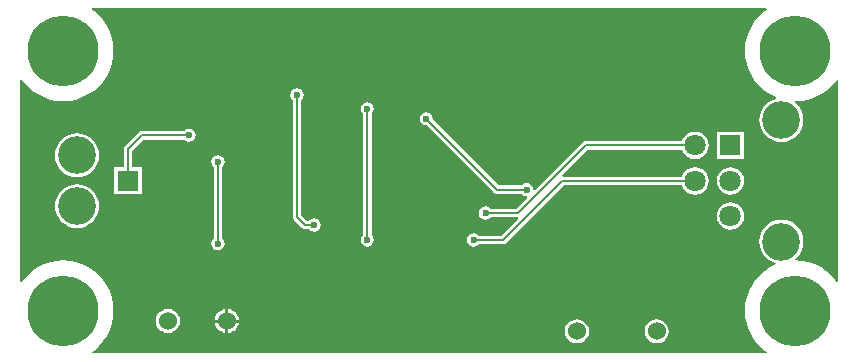
<source format=gbl>
G04*
G04 #@! TF.GenerationSoftware,Altium Limited,Altium Designer,20.0.13 (296)*
G04*
G04 Layer_Physical_Order=2*
G04 Layer_Color=16711680*
%FSLAX25Y25*%
%MOIN*%
G70*
G01*
G75*
%ADD11C,0.00787*%
%ADD57C,0.06000*%
%ADD58C,0.07087*%
%ADD59C,0.12598*%
%ADD60R,0.07087X0.07087*%
%ADD61C,0.02362*%
%ADD62C,0.23622*%
G36*
X250260Y116102D02*
X249625Y115678D01*
X247974Y114230D01*
X246527Y112580D01*
X245307Y110754D01*
X244336Y108785D01*
X243631Y106706D01*
X243202Y104553D01*
X243059Y102362D01*
X243202Y100171D01*
X243631Y98018D01*
X244336Y95939D01*
X245307Y93970D01*
X246527Y92145D01*
X247974Y90494D01*
X249625Y89047D01*
X251450Y87827D01*
X253312Y86909D01*
X253336Y86573D01*
X253277Y86376D01*
X252390Y86107D01*
X251122Y85429D01*
X250011Y84517D01*
X249098Y83406D01*
X248421Y82138D01*
X248003Y80762D01*
X247862Y79331D01*
X248003Y77900D01*
X248421Y76524D01*
X249098Y75256D01*
X250011Y74144D01*
X251122Y73232D01*
X252390Y72554D01*
X253766Y72137D01*
X255197Y71996D01*
X256628Y72137D01*
X258004Y72554D01*
X259272Y73232D01*
X260383Y74144D01*
X261295Y75256D01*
X261973Y76524D01*
X262390Y77900D01*
X262531Y79331D01*
X262390Y80762D01*
X261973Y82138D01*
X261295Y83406D01*
X260383Y84517D01*
X259688Y85087D01*
X259820Y85508D01*
X259876Y85580D01*
X262033Y85722D01*
X264187Y86150D01*
X266266Y86856D01*
X268234Y87827D01*
X270060Y89047D01*
X271711Y90494D01*
X273158Y92145D01*
X273583Y92780D01*
X274061Y92635D01*
Y25475D01*
X273583Y25330D01*
X273158Y25965D01*
X271711Y27616D01*
X270060Y29064D01*
X268234Y30283D01*
X266266Y31254D01*
X264187Y31960D01*
X262033Y32388D01*
X259876Y32530D01*
X259820Y32603D01*
X259688Y33023D01*
X260383Y33593D01*
X261295Y34705D01*
X261973Y35973D01*
X262390Y37349D01*
X262531Y38780D01*
X262390Y40210D01*
X261973Y41586D01*
X261295Y42854D01*
X260383Y43966D01*
X259272Y44878D01*
X258004Y45556D01*
X256628Y45973D01*
X255197Y46114D01*
X253766Y45973D01*
X252390Y45556D01*
X251122Y44878D01*
X250011Y43966D01*
X249098Y42854D01*
X248421Y41586D01*
X248003Y40210D01*
X247862Y38780D01*
X248003Y37349D01*
X248421Y35973D01*
X249098Y34705D01*
X250011Y33593D01*
X251122Y32681D01*
X252390Y32003D01*
X253277Y31734D01*
X253336Y31537D01*
X253312Y31201D01*
X251450Y30283D01*
X249625Y29064D01*
X247974Y27616D01*
X246527Y25965D01*
X245307Y24140D01*
X244336Y22171D01*
X243631Y20092D01*
X243202Y17939D01*
X243059Y15748D01*
X243202Y13557D01*
X243631Y11404D01*
X244336Y9325D01*
X245307Y7356D01*
X246527Y5531D01*
X247974Y3880D01*
X249625Y2432D01*
X250260Y2008D01*
X250115Y1529D01*
X25475D01*
X25330Y2008D01*
X25965Y2432D01*
X27616Y3880D01*
X29064Y5531D01*
X30283Y7356D01*
X31254Y9325D01*
X31960Y11404D01*
X32388Y13557D01*
X32532Y15748D01*
X32388Y17939D01*
X31960Y20092D01*
X31254Y22171D01*
X30283Y24140D01*
X29064Y25965D01*
X27616Y27616D01*
X25965Y29064D01*
X24140Y30283D01*
X22171Y31254D01*
X20092Y31960D01*
X17939Y32388D01*
X15748Y32532D01*
X13557Y32388D01*
X11404Y31960D01*
X9325Y31254D01*
X7356Y30283D01*
X5531Y29064D01*
X3880Y27616D01*
X2432Y25965D01*
X2008Y25330D01*
X1529Y25475D01*
Y92635D01*
X2008Y92780D01*
X2432Y92145D01*
X3880Y90494D01*
X5531Y89047D01*
X7356Y87827D01*
X9325Y86856D01*
X11404Y86150D01*
X13557Y85722D01*
X15748Y85578D01*
X17939Y85722D01*
X20092Y86150D01*
X22171Y86856D01*
X24140Y87827D01*
X25965Y89047D01*
X27616Y90494D01*
X29064Y92145D01*
X30283Y93970D01*
X31254Y95939D01*
X31960Y98018D01*
X32388Y100171D01*
X32532Y102362D01*
X32388Y104553D01*
X31960Y106706D01*
X31254Y108785D01*
X30283Y110754D01*
X29064Y112580D01*
X27616Y114230D01*
X25965Y115678D01*
X25330Y116102D01*
X25475Y116581D01*
X250115D01*
X250260Y116102D01*
D02*
G37*
%LPC*%
G36*
X57677Y76436D02*
X56826Y76267D01*
X56105Y75785D01*
X56003Y75634D01*
X41929D01*
X41385Y75525D01*
X40924Y75217D01*
X36397Y70690D01*
X36089Y70229D01*
X35981Y69685D01*
Y63598D01*
X32858D01*
Y54512D01*
X41945D01*
Y63598D01*
X38823D01*
Y69096D01*
X42518Y72792D01*
X56003D01*
X56105Y72640D01*
X56826Y72158D01*
X57677Y71989D01*
X58528Y72158D01*
X59250Y72640D01*
X59732Y73362D01*
X59901Y74213D01*
X59732Y75064D01*
X59250Y75785D01*
X58528Y76267D01*
X57677Y76436D01*
D02*
G37*
G36*
X242732Y75409D02*
X233646D01*
Y66323D01*
X242732D01*
Y75409D01*
D02*
G37*
G36*
X136811Y81948D02*
X135960Y81779D01*
X135239Y81297D01*
X134757Y80575D01*
X134587Y79724D01*
X134757Y78873D01*
X135239Y78152D01*
X135960Y77670D01*
X136811Y77501D01*
X136990Y77536D01*
X159428Y55098D01*
X159889Y54790D01*
X160433Y54681D01*
X168602D01*
X168703Y54530D01*
X169425Y54048D01*
X170259Y53882D01*
X170308Y53811D01*
X170498Y53413D01*
X166833Y49748D01*
X158268D01*
X158167Y49899D01*
X157446Y50381D01*
X156595Y50551D01*
X155744Y50381D01*
X155022Y49899D01*
X154540Y49178D01*
X154371Y48327D01*
X154540Y47476D01*
X155022Y46754D01*
X155744Y46272D01*
X156595Y46103D01*
X157446Y46272D01*
X158167Y46754D01*
X158268Y46906D01*
X167221D01*
X167432Y46410D01*
X161813Y40791D01*
X154233D01*
X154131Y40943D01*
X153410Y41425D01*
X152559Y41594D01*
X151708Y41425D01*
X150987Y40943D01*
X150505Y40221D01*
X150335Y39370D01*
X150505Y38519D01*
X150987Y37798D01*
X151708Y37315D01*
X152559Y37146D01*
X153410Y37315D01*
X154131Y37798D01*
X154233Y37949D01*
X162402D01*
X162945Y38057D01*
X163406Y38365D01*
X182675Y57634D01*
X222049D01*
X222409Y56764D01*
X223138Y55815D01*
X224087Y55087D01*
X225192Y54629D01*
X226378Y54473D01*
X227564Y54629D01*
X228669Y55087D01*
X229618Y55815D01*
X230346Y56764D01*
X230804Y57869D01*
X230960Y59055D01*
X230804Y60241D01*
X230346Y61346D01*
X229618Y62295D01*
X228669Y63024D01*
X227564Y63481D01*
X226378Y63638D01*
X225192Y63481D01*
X224087Y63024D01*
X223138Y62295D01*
X222409Y61346D01*
X222049Y60476D01*
X182287D01*
X182076Y60972D01*
X190549Y69445D01*
X222049D01*
X222409Y68575D01*
X223138Y67626D01*
X224087Y66898D01*
X225192Y66440D01*
X226378Y66284D01*
X227564Y66440D01*
X228669Y66898D01*
X229618Y67626D01*
X230346Y68575D01*
X230804Y69680D01*
X230960Y70866D01*
X230804Y72052D01*
X230346Y73157D01*
X229618Y74107D01*
X228669Y74835D01*
X227564Y75292D01*
X226378Y75449D01*
X225192Y75292D01*
X224087Y74835D01*
X223138Y74107D01*
X222409Y73157D01*
X222049Y72287D01*
X189961D01*
X189417Y72179D01*
X188956Y71871D01*
X172965Y55880D01*
X172567Y56070D01*
X172496Y56118D01*
X172330Y56953D01*
X171848Y57675D01*
X171127Y58157D01*
X170276Y58326D01*
X169425Y58157D01*
X168703Y57675D01*
X168602Y57523D01*
X161022D01*
X138999Y79546D01*
X139035Y79724D01*
X138866Y80575D01*
X138383Y81297D01*
X137662Y81779D01*
X136811Y81948D01*
D02*
G37*
G36*
X20394Y74854D02*
X18963Y74713D01*
X17587Y74296D01*
X16319Y73618D01*
X15207Y72706D01*
X14295Y71595D01*
X13618Y70327D01*
X13200Y68951D01*
X13059Y67520D01*
X13200Y66089D01*
X13618Y64713D01*
X14295Y63445D01*
X15207Y62333D01*
X16319Y61421D01*
X17587Y60743D01*
X18963Y60326D01*
X20394Y60185D01*
X21825Y60326D01*
X23201Y60743D01*
X24469Y61421D01*
X25580Y62333D01*
X26492Y63445D01*
X27170Y64713D01*
X27587Y66089D01*
X27728Y67520D01*
X27587Y68951D01*
X27170Y70327D01*
X26492Y71595D01*
X25580Y72706D01*
X24469Y73618D01*
X23201Y74296D01*
X21825Y74713D01*
X20394Y74854D01*
D02*
G37*
G36*
X238189Y63638D02*
X237003Y63481D01*
X235898Y63024D01*
X234949Y62295D01*
X234220Y61346D01*
X233763Y60241D01*
X233607Y59055D01*
X233763Y57869D01*
X234220Y56764D01*
X234949Y55815D01*
X235898Y55087D01*
X237003Y54629D01*
X238189Y54473D01*
X239375Y54629D01*
X240480Y55087D01*
X241429Y55815D01*
X242158Y56764D01*
X242615Y57869D01*
X242772Y59055D01*
X242615Y60241D01*
X242158Y61346D01*
X241429Y62295D01*
X240480Y63024D01*
X239375Y63481D01*
X238189Y63638D01*
D02*
G37*
G36*
X20394Y57925D02*
X18963Y57784D01*
X17587Y57367D01*
X16319Y56689D01*
X15207Y55777D01*
X14295Y54665D01*
X13618Y53397D01*
X13200Y52021D01*
X13059Y50591D01*
X13200Y49160D01*
X13618Y47784D01*
X14295Y46516D01*
X15207Y45404D01*
X16319Y44492D01*
X17587Y43814D01*
X18963Y43397D01*
X20394Y43256D01*
X21825Y43397D01*
X23201Y43814D01*
X24469Y44492D01*
X25580Y45404D01*
X26492Y46516D01*
X27170Y47784D01*
X27587Y49160D01*
X27728Y50591D01*
X27587Y52021D01*
X27170Y53397D01*
X26492Y54665D01*
X25580Y55777D01*
X24469Y56689D01*
X23201Y57367D01*
X21825Y57784D01*
X20394Y57925D01*
D02*
G37*
G36*
X238189Y51827D02*
X237003Y51670D01*
X235898Y51213D01*
X234949Y50484D01*
X234220Y49535D01*
X233763Y48430D01*
X233607Y47244D01*
X233763Y46058D01*
X234220Y44953D01*
X234949Y44004D01*
X235898Y43275D01*
X237003Y42818D01*
X238189Y42662D01*
X239375Y42818D01*
X240480Y43275D01*
X241429Y44004D01*
X242158Y44953D01*
X242615Y46058D01*
X242772Y47244D01*
X242615Y48430D01*
X242158Y49535D01*
X241429Y50484D01*
X240480Y51213D01*
X239375Y51670D01*
X238189Y51827D01*
D02*
G37*
G36*
X93701Y89822D02*
X92850Y89653D01*
X92128Y89171D01*
X91646Y88450D01*
X91477Y87598D01*
X91646Y86747D01*
X92128Y86026D01*
X92280Y85925D01*
Y47047D01*
X92388Y46503D01*
X92696Y46042D01*
X95452Y43286D01*
X95913Y42979D01*
X96457Y42870D01*
X97736D01*
X97837Y42719D01*
X98558Y42237D01*
X99410Y42068D01*
X100260Y42237D01*
X100982Y42719D01*
X101464Y43440D01*
X101633Y44291D01*
X101464Y45142D01*
X100982Y45864D01*
X100260Y46346D01*
X99410Y46515D01*
X98558Y46346D01*
X97837Y45864D01*
X97736Y45712D01*
X97045D01*
X95122Y47636D01*
Y85925D01*
X95273Y86026D01*
X95755Y86747D01*
X95925Y87598D01*
X95755Y88450D01*
X95273Y89171D01*
X94552Y89653D01*
X93701Y89822D01*
D02*
G37*
G36*
X117126Y85295D02*
X116275Y85125D01*
X115553Y84643D01*
X115071Y83922D01*
X114902Y83071D01*
X115071Y82220D01*
X115553Y81498D01*
X115705Y81397D01*
Y41044D01*
X115553Y40943D01*
X115071Y40221D01*
X114902Y39370D01*
X115071Y38519D01*
X115553Y37798D01*
X116275Y37315D01*
X117126Y37146D01*
X117977Y37315D01*
X118699Y37798D01*
X119181Y38519D01*
X119350Y39370D01*
X119181Y40221D01*
X118699Y40943D01*
X118547Y41044D01*
Y81397D01*
X118699Y81498D01*
X119181Y82220D01*
X119350Y83071D01*
X119181Y83922D01*
X118699Y84643D01*
X117977Y85125D01*
X117126Y85295D01*
D02*
G37*
G36*
X67323Y67578D02*
X66472Y67409D01*
X65750Y66927D01*
X65268Y66205D01*
X65099Y65354D01*
X65268Y64503D01*
X65750Y63782D01*
X65902Y63681D01*
Y39764D01*
X65750Y39663D01*
X65268Y38942D01*
X65099Y38091D01*
X65268Y37240D01*
X65750Y36518D01*
X66472Y36036D01*
X67323Y35867D01*
X68174Y36036D01*
X68895Y36518D01*
X69377Y37240D01*
X69547Y38091D01*
X69377Y38942D01*
X68895Y39663D01*
X68744Y39764D01*
Y63681D01*
X68895Y63782D01*
X69377Y64503D01*
X69547Y65354D01*
X69377Y66205D01*
X68895Y66927D01*
X68174Y67409D01*
X67323Y67578D01*
D02*
G37*
G36*
X70866Y16280D02*
Y12811D01*
X74335D01*
X74263Y13355D01*
X73860Y14328D01*
X73219Y15164D01*
X72383Y15805D01*
X71410Y16208D01*
X70866Y16280D01*
D02*
G37*
G36*
X69866D02*
X69322Y16208D01*
X68349Y15805D01*
X67513Y15164D01*
X66872Y14328D01*
X66469Y13355D01*
X66397Y12811D01*
X69866D01*
Y16280D01*
D02*
G37*
G36*
X74335Y11811D02*
X70866D01*
Y8342D01*
X71410Y8414D01*
X72383Y8817D01*
X73219Y9458D01*
X73860Y10294D01*
X74263Y11267D01*
X74335Y11811D01*
D02*
G37*
G36*
X69866D02*
X66397D01*
X66469Y11267D01*
X66872Y10294D01*
X67513Y9458D01*
X68349Y8817D01*
X69322Y8414D01*
X69866Y8342D01*
Y11811D01*
D02*
G37*
G36*
X50681Y16345D02*
X49637Y16208D01*
X48664Y15805D01*
X47828Y15164D01*
X47187Y14328D01*
X46784Y13355D01*
X46647Y12311D01*
X46784Y11267D01*
X47187Y10294D01*
X47828Y9458D01*
X48664Y8817D01*
X49637Y8414D01*
X50681Y8276D01*
X51725Y8414D01*
X52698Y8817D01*
X53534Y9458D01*
X54175Y10294D01*
X54578Y11267D01*
X54716Y12311D01*
X54578Y13355D01*
X54175Y14328D01*
X53534Y15164D01*
X52698Y15805D01*
X51725Y16208D01*
X50681Y16345D01*
D02*
G37*
G36*
X213583Y12893D02*
X212539Y12755D01*
X211565Y12352D01*
X210730Y11711D01*
X210089Y10875D01*
X209686Y9903D01*
X209548Y8858D01*
X209686Y7814D01*
X210089Y6841D01*
X210730Y6005D01*
X211565Y5364D01*
X212539Y4961D01*
X213583Y4824D01*
X214627Y4961D01*
X215600Y5364D01*
X216436Y6005D01*
X217077Y6841D01*
X217480Y7814D01*
X217617Y8858D01*
X217480Y9903D01*
X217077Y10875D01*
X216436Y11711D01*
X215600Y12352D01*
X214627Y12755D01*
X213583Y12893D01*
D02*
G37*
G36*
X187008D02*
X185964Y12755D01*
X184991Y12352D01*
X184155Y11711D01*
X183514Y10875D01*
X183111Y9903D01*
X182973Y8858D01*
X183111Y7814D01*
X183514Y6841D01*
X184155Y6005D01*
X184991Y5364D01*
X185964Y4961D01*
X187008Y4824D01*
X188052Y4961D01*
X189025Y5364D01*
X189861Y6005D01*
X190502Y6841D01*
X190905Y7814D01*
X191042Y8858D01*
X190905Y9903D01*
X190502Y10875D01*
X189861Y11711D01*
X189025Y12352D01*
X188052Y12755D01*
X187008Y12893D01*
D02*
G37*
%LPD*%
D11*
X182087Y59055D02*
X226378D01*
X162402Y39370D02*
X182087Y59055D01*
X37402D02*
Y69685D01*
X41929Y74213D02*
X57677D01*
X37402Y69685D02*
X41929Y74213D01*
X117126Y39370D02*
Y83071D01*
X96457Y44291D02*
X99410D01*
X93701Y47047D02*
Y87598D01*
Y47047D02*
X96457Y44291D01*
X152559Y39370D02*
X162402D01*
X136811Y79724D02*
X160433Y56102D01*
X170276D01*
X167421Y48327D02*
X189961Y70866D01*
X226378D01*
X156595Y48327D02*
X167421D01*
X67323Y38091D02*
Y65354D01*
D57*
X50681Y12311D02*
D03*
X70366D02*
D03*
X187008Y8858D02*
D03*
X213583D02*
D03*
D58*
X226378Y47244D02*
D03*
X238189D02*
D03*
X226378Y59055D02*
D03*
X238189D02*
D03*
X226378Y70866D02*
D03*
X49213Y59055D02*
D03*
D59*
X255197Y38780D02*
D03*
Y79331D02*
D03*
X20394Y50591D02*
D03*
Y67520D02*
D03*
D60*
X238189Y70866D02*
D03*
X37402Y59055D02*
D03*
D61*
X57677Y74213D02*
D03*
X67323Y65354D02*
D03*
X138583Y97638D02*
D03*
X131102D02*
D03*
X117126Y83071D02*
D03*
Y39370D02*
D03*
X93701Y87598D02*
D03*
X99410Y44291D02*
D03*
X152559Y39370D02*
D03*
X136811Y79724D02*
D03*
X170276Y56102D02*
D03*
X156595Y48327D02*
D03*
X110236Y88583D02*
D03*
X125984Y92520D02*
D03*
X114961Y88583D02*
D03*
X105512D02*
D03*
X74410Y75197D02*
D03*
X67323Y38091D02*
D03*
D62*
X15748Y102362D02*
D03*
X259842D02*
D03*
Y15748D02*
D03*
X15748D02*
D03*
M02*

</source>
